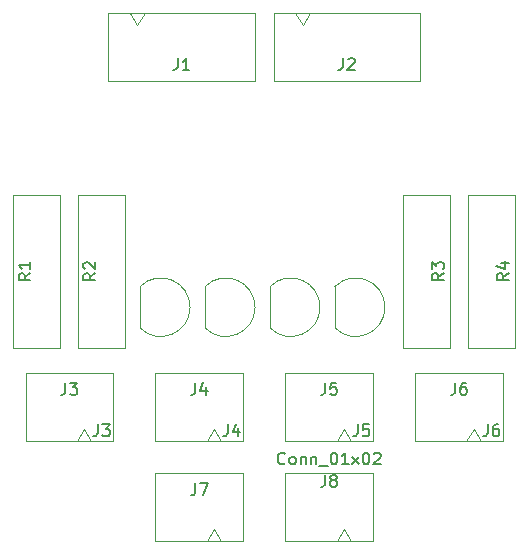
<source format=gbr>
G04 #@! TF.GenerationSoftware,KiCad,Pcbnew,(5.1.7)-1*
G04 #@! TF.CreationDate,2020-12-19T16:20:36+02:00*
G04 #@! TF.ProjectId,4_switch_array,345f7377-6974-4636-985f-61727261792e,rev?*
G04 #@! TF.SameCoordinates,Original*
G04 #@! TF.FileFunction,Other,Fab,Top*
%FSLAX46Y46*%
G04 Gerber Fmt 4.6, Leading zero omitted, Abs format (unit mm)*
G04 Created by KiCad (PCBNEW (5.1.7)-1) date 2020-12-19 16:20:36*
%MOMM*%
%LPD*%
G01*
G04 APERTURE LIST*
%ADD10C,0.100000*%
%ADD11C,0.150000*%
G04 APERTURE END LIST*
D10*
X153500000Y-79350000D02*
X152875000Y-80350000D01*
X154125000Y-80350000D02*
X153500000Y-79350000D01*
X148550000Y-80350000D02*
X155950000Y-80350000D01*
X148550000Y-74600000D02*
X148550000Y-80350000D01*
X155950000Y-74600000D02*
X148550000Y-74600000D01*
X155950000Y-80350000D02*
X155950000Y-74600000D01*
X164500000Y-70850000D02*
X163875000Y-71850000D01*
X165125000Y-71850000D02*
X164500000Y-70850000D01*
X159550000Y-71850000D02*
X166950000Y-71850000D01*
X159550000Y-66100000D02*
X159550000Y-71850000D01*
X166950000Y-66100000D02*
X159550000Y-66100000D01*
X166950000Y-71850000D02*
X166950000Y-66100000D01*
X129500000Y-64000000D02*
X129500000Y-51000000D01*
X125500000Y-64000000D02*
X129500000Y-64000000D01*
X125500000Y-51000000D02*
X125500000Y-64000000D01*
X129500000Y-51000000D02*
X125500000Y-51000000D01*
X162500000Y-64000000D02*
X162500000Y-51000000D01*
X158500000Y-64000000D02*
X162500000Y-64000000D01*
X158500000Y-51000000D02*
X158500000Y-64000000D01*
X162500000Y-51000000D02*
X158500000Y-51000000D01*
X135000000Y-64000000D02*
X135000000Y-51000000D01*
X131000000Y-64000000D02*
X135000000Y-64000000D01*
X131000000Y-51000000D02*
X131000000Y-64000000D01*
X135000000Y-51000000D02*
X131000000Y-51000000D01*
X168000000Y-64000000D02*
X168000000Y-51000000D01*
X164000000Y-64000000D02*
X168000000Y-64000000D01*
X164000000Y-51000000D02*
X164000000Y-64000000D01*
X168000000Y-51000000D02*
X164000000Y-51000000D01*
X141750000Y-58800000D02*
X141750000Y-62300000D01*
X141746375Y-62293625D02*
G75*
G03*
X145980000Y-60540000I1753625J1753625D01*
G01*
X141746375Y-58786375D02*
G75*
G02*
X145980000Y-60540000I1753625J-1753625D01*
G01*
X152750000Y-58800000D02*
X152750000Y-62300000D01*
X152746375Y-62293625D02*
G75*
G03*
X156980000Y-60540000I1753625J1753625D01*
G01*
X152746375Y-58786375D02*
G75*
G02*
X156980000Y-60540000I1753625J-1753625D01*
G01*
X136250000Y-58800000D02*
X136250000Y-62300000D01*
X136246375Y-62293625D02*
G75*
G03*
X140480000Y-60540000I1753625J1753625D01*
G01*
X136246375Y-58786375D02*
G75*
G02*
X140480000Y-60540000I1753625J-1753625D01*
G01*
X147250000Y-58800000D02*
X147250000Y-62300000D01*
X147246375Y-62293625D02*
G75*
G03*
X151480000Y-60540000I1753625J1753625D01*
G01*
X147246375Y-58786375D02*
G75*
G02*
X151480000Y-60540000I1753625J-1753625D01*
G01*
X144950000Y-80350000D02*
X144950000Y-74600000D01*
X144950000Y-74600000D02*
X137550000Y-74600000D01*
X137550000Y-74600000D02*
X137550000Y-80350000D01*
X137550000Y-80350000D02*
X144950000Y-80350000D01*
X143125000Y-80350000D02*
X142500000Y-79350000D01*
X142500000Y-79350000D02*
X141875000Y-80350000D01*
X142500000Y-70850000D02*
X141875000Y-71850000D01*
X143125000Y-71850000D02*
X142500000Y-70850000D01*
X137550000Y-71850000D02*
X144950000Y-71850000D01*
X137550000Y-66100000D02*
X137550000Y-71850000D01*
X144950000Y-66100000D02*
X137550000Y-66100000D01*
X144950000Y-71850000D02*
X144950000Y-66100000D01*
X153500000Y-70850000D02*
X152875000Y-71850000D01*
X154125000Y-71850000D02*
X153500000Y-70850000D01*
X148550000Y-71850000D02*
X155950000Y-71850000D01*
X148550000Y-66100000D02*
X148550000Y-71850000D01*
X155950000Y-66100000D02*
X148550000Y-66100000D01*
X155950000Y-71850000D02*
X155950000Y-66100000D01*
X131500000Y-70850000D02*
X130875000Y-71850000D01*
X132125000Y-71850000D02*
X131500000Y-70850000D01*
X126550000Y-71850000D02*
X133950000Y-71850000D01*
X126550000Y-66100000D02*
X126550000Y-71850000D01*
X133950000Y-66100000D02*
X126550000Y-66100000D01*
X133950000Y-71850000D02*
X133950000Y-66100000D01*
X147550000Y-35650000D02*
X147550000Y-41400000D01*
X147550000Y-41400000D02*
X159950000Y-41400000D01*
X159950000Y-41400000D02*
X159950000Y-35650000D01*
X159950000Y-35650000D02*
X147550000Y-35650000D01*
X149375000Y-35650000D02*
X150000000Y-36650000D01*
X150000000Y-36650000D02*
X150625000Y-35650000D01*
X133550000Y-35650000D02*
X133550000Y-41400000D01*
X133550000Y-41400000D02*
X145950000Y-41400000D01*
X145950000Y-41400000D02*
X145950000Y-35650000D01*
X145950000Y-35650000D02*
X133550000Y-35650000D01*
X135375000Y-35650000D02*
X136000000Y-36650000D01*
X136000000Y-36650000D02*
X136625000Y-35650000D01*
D11*
X148511904Y-73757142D02*
X148464285Y-73804761D01*
X148321428Y-73852380D01*
X148226190Y-73852380D01*
X148083333Y-73804761D01*
X147988095Y-73709523D01*
X147940476Y-73614285D01*
X147892857Y-73423809D01*
X147892857Y-73280952D01*
X147940476Y-73090476D01*
X147988095Y-72995238D01*
X148083333Y-72900000D01*
X148226190Y-72852380D01*
X148321428Y-72852380D01*
X148464285Y-72900000D01*
X148511904Y-72947619D01*
X149083333Y-73852380D02*
X148988095Y-73804761D01*
X148940476Y-73757142D01*
X148892857Y-73661904D01*
X148892857Y-73376190D01*
X148940476Y-73280952D01*
X148988095Y-73233333D01*
X149083333Y-73185714D01*
X149226190Y-73185714D01*
X149321428Y-73233333D01*
X149369047Y-73280952D01*
X149416666Y-73376190D01*
X149416666Y-73661904D01*
X149369047Y-73757142D01*
X149321428Y-73804761D01*
X149226190Y-73852380D01*
X149083333Y-73852380D01*
X149845238Y-73185714D02*
X149845238Y-73852380D01*
X149845238Y-73280952D02*
X149892857Y-73233333D01*
X149988095Y-73185714D01*
X150130952Y-73185714D01*
X150226190Y-73233333D01*
X150273809Y-73328571D01*
X150273809Y-73852380D01*
X150750000Y-73185714D02*
X150750000Y-73852380D01*
X150750000Y-73280952D02*
X150797619Y-73233333D01*
X150892857Y-73185714D01*
X151035714Y-73185714D01*
X151130952Y-73233333D01*
X151178571Y-73328571D01*
X151178571Y-73852380D01*
X151416666Y-73947619D02*
X152178571Y-73947619D01*
X152607142Y-72852380D02*
X152702380Y-72852380D01*
X152797619Y-72900000D01*
X152845238Y-72947619D01*
X152892857Y-73042857D01*
X152940476Y-73233333D01*
X152940476Y-73471428D01*
X152892857Y-73661904D01*
X152845238Y-73757142D01*
X152797619Y-73804761D01*
X152702380Y-73852380D01*
X152607142Y-73852380D01*
X152511904Y-73804761D01*
X152464285Y-73757142D01*
X152416666Y-73661904D01*
X152369047Y-73471428D01*
X152369047Y-73233333D01*
X152416666Y-73042857D01*
X152464285Y-72947619D01*
X152511904Y-72900000D01*
X152607142Y-72852380D01*
X153892857Y-73852380D02*
X153321428Y-73852380D01*
X153607142Y-73852380D02*
X153607142Y-72852380D01*
X153511904Y-72995238D01*
X153416666Y-73090476D01*
X153321428Y-73138095D01*
X154226190Y-73852380D02*
X154750000Y-73185714D01*
X154226190Y-73185714D02*
X154750000Y-73852380D01*
X155321428Y-72852380D02*
X155416666Y-72852380D01*
X155511904Y-72900000D01*
X155559523Y-72947619D01*
X155607142Y-73042857D01*
X155654761Y-73233333D01*
X155654761Y-73471428D01*
X155607142Y-73661904D01*
X155559523Y-73757142D01*
X155511904Y-73804761D01*
X155416666Y-73852380D01*
X155321428Y-73852380D01*
X155226190Y-73804761D01*
X155178571Y-73757142D01*
X155130952Y-73661904D01*
X155083333Y-73471428D01*
X155083333Y-73233333D01*
X155130952Y-73042857D01*
X155178571Y-72947619D01*
X155226190Y-72900000D01*
X155321428Y-72852380D01*
X156035714Y-72947619D02*
X156083333Y-72900000D01*
X156178571Y-72852380D01*
X156416666Y-72852380D01*
X156511904Y-72900000D01*
X156559523Y-72947619D01*
X156607142Y-73042857D01*
X156607142Y-73138095D01*
X156559523Y-73280952D01*
X155988095Y-73852380D01*
X156607142Y-73852380D01*
X151916666Y-74752380D02*
X151916666Y-75466666D01*
X151869047Y-75609523D01*
X151773809Y-75704761D01*
X151630952Y-75752380D01*
X151535714Y-75752380D01*
X152535714Y-75180952D02*
X152440476Y-75133333D01*
X152392857Y-75085714D01*
X152345238Y-74990476D01*
X152345238Y-74942857D01*
X152392857Y-74847619D01*
X152440476Y-74800000D01*
X152535714Y-74752380D01*
X152726190Y-74752380D01*
X152821428Y-74800000D01*
X152869047Y-74847619D01*
X152916666Y-74942857D01*
X152916666Y-74990476D01*
X152869047Y-75085714D01*
X152821428Y-75133333D01*
X152726190Y-75180952D01*
X152535714Y-75180952D01*
X152440476Y-75228571D01*
X152392857Y-75276190D01*
X152345238Y-75371428D01*
X152345238Y-75561904D01*
X152392857Y-75657142D01*
X152440476Y-75704761D01*
X152535714Y-75752380D01*
X152726190Y-75752380D01*
X152821428Y-75704761D01*
X152869047Y-75657142D01*
X152916666Y-75561904D01*
X152916666Y-75371428D01*
X152869047Y-75276190D01*
X152821428Y-75228571D01*
X152726190Y-75180952D01*
X165666666Y-70452380D02*
X165666666Y-71166666D01*
X165619047Y-71309523D01*
X165523809Y-71404761D01*
X165380952Y-71452380D01*
X165285714Y-71452380D01*
X166571428Y-70452380D02*
X166380952Y-70452380D01*
X166285714Y-70500000D01*
X166238095Y-70547619D01*
X166142857Y-70690476D01*
X166095238Y-70880952D01*
X166095238Y-71261904D01*
X166142857Y-71357142D01*
X166190476Y-71404761D01*
X166285714Y-71452380D01*
X166476190Y-71452380D01*
X166571428Y-71404761D01*
X166619047Y-71357142D01*
X166666666Y-71261904D01*
X166666666Y-71023809D01*
X166619047Y-70928571D01*
X166571428Y-70880952D01*
X166476190Y-70833333D01*
X166285714Y-70833333D01*
X166190476Y-70880952D01*
X166142857Y-70928571D01*
X166095238Y-71023809D01*
X162916666Y-66952380D02*
X162916666Y-67666666D01*
X162869047Y-67809523D01*
X162773809Y-67904761D01*
X162630952Y-67952380D01*
X162535714Y-67952380D01*
X163821428Y-66952380D02*
X163630952Y-66952380D01*
X163535714Y-67000000D01*
X163488095Y-67047619D01*
X163392857Y-67190476D01*
X163345238Y-67380952D01*
X163345238Y-67761904D01*
X163392857Y-67857142D01*
X163440476Y-67904761D01*
X163535714Y-67952380D01*
X163726190Y-67952380D01*
X163821428Y-67904761D01*
X163869047Y-67857142D01*
X163916666Y-67761904D01*
X163916666Y-67523809D01*
X163869047Y-67428571D01*
X163821428Y-67380952D01*
X163726190Y-67333333D01*
X163535714Y-67333333D01*
X163440476Y-67380952D01*
X163392857Y-67428571D01*
X163345238Y-67523809D01*
X126952380Y-57666666D02*
X126476190Y-58000000D01*
X126952380Y-58238095D02*
X125952380Y-58238095D01*
X125952380Y-57857142D01*
X126000000Y-57761904D01*
X126047619Y-57714285D01*
X126142857Y-57666666D01*
X126285714Y-57666666D01*
X126380952Y-57714285D01*
X126428571Y-57761904D01*
X126476190Y-57857142D01*
X126476190Y-58238095D01*
X126952380Y-56714285D02*
X126952380Y-57285714D01*
X126952380Y-57000000D02*
X125952380Y-57000000D01*
X126095238Y-57095238D01*
X126190476Y-57190476D01*
X126238095Y-57285714D01*
X161952380Y-57666666D02*
X161476190Y-58000000D01*
X161952380Y-58238095D02*
X160952380Y-58238095D01*
X160952380Y-57857142D01*
X161000000Y-57761904D01*
X161047619Y-57714285D01*
X161142857Y-57666666D01*
X161285714Y-57666666D01*
X161380952Y-57714285D01*
X161428571Y-57761904D01*
X161476190Y-57857142D01*
X161476190Y-58238095D01*
X160952380Y-57333333D02*
X160952380Y-56714285D01*
X161333333Y-57047619D01*
X161333333Y-56904761D01*
X161380952Y-56809523D01*
X161428571Y-56761904D01*
X161523809Y-56714285D01*
X161761904Y-56714285D01*
X161857142Y-56761904D01*
X161904761Y-56809523D01*
X161952380Y-56904761D01*
X161952380Y-57190476D01*
X161904761Y-57285714D01*
X161857142Y-57333333D01*
X132452380Y-57666666D02*
X131976190Y-58000000D01*
X132452380Y-58238095D02*
X131452380Y-58238095D01*
X131452380Y-57857142D01*
X131500000Y-57761904D01*
X131547619Y-57714285D01*
X131642857Y-57666666D01*
X131785714Y-57666666D01*
X131880952Y-57714285D01*
X131928571Y-57761904D01*
X131976190Y-57857142D01*
X131976190Y-58238095D01*
X131547619Y-57285714D02*
X131500000Y-57238095D01*
X131452380Y-57142857D01*
X131452380Y-56904761D01*
X131500000Y-56809523D01*
X131547619Y-56761904D01*
X131642857Y-56714285D01*
X131738095Y-56714285D01*
X131880952Y-56761904D01*
X132452380Y-57333333D01*
X132452380Y-56714285D01*
X167452380Y-57666666D02*
X166976190Y-58000000D01*
X167452380Y-58238095D02*
X166452380Y-58238095D01*
X166452380Y-57857142D01*
X166500000Y-57761904D01*
X166547619Y-57714285D01*
X166642857Y-57666666D01*
X166785714Y-57666666D01*
X166880952Y-57714285D01*
X166928571Y-57761904D01*
X166976190Y-57857142D01*
X166976190Y-58238095D01*
X166785714Y-56809523D02*
X167452380Y-56809523D01*
X166404761Y-57047619D02*
X167119047Y-57285714D01*
X167119047Y-56666666D01*
X140916666Y-75452380D02*
X140916666Y-76166666D01*
X140869047Y-76309523D01*
X140773809Y-76404761D01*
X140630952Y-76452380D01*
X140535714Y-76452380D01*
X141297619Y-75452380D02*
X141964285Y-75452380D01*
X141535714Y-76452380D01*
X143666666Y-70452380D02*
X143666666Y-71166666D01*
X143619047Y-71309523D01*
X143523809Y-71404761D01*
X143380952Y-71452380D01*
X143285714Y-71452380D01*
X144571428Y-70785714D02*
X144571428Y-71452380D01*
X144333333Y-70404761D02*
X144095238Y-71119047D01*
X144714285Y-71119047D01*
X140916666Y-66952380D02*
X140916666Y-67666666D01*
X140869047Y-67809523D01*
X140773809Y-67904761D01*
X140630952Y-67952380D01*
X140535714Y-67952380D01*
X141821428Y-67285714D02*
X141821428Y-67952380D01*
X141583333Y-66904761D02*
X141345238Y-67619047D01*
X141964285Y-67619047D01*
X154666666Y-70452380D02*
X154666666Y-71166666D01*
X154619047Y-71309523D01*
X154523809Y-71404761D01*
X154380952Y-71452380D01*
X154285714Y-71452380D01*
X155619047Y-70452380D02*
X155142857Y-70452380D01*
X155095238Y-70928571D01*
X155142857Y-70880952D01*
X155238095Y-70833333D01*
X155476190Y-70833333D01*
X155571428Y-70880952D01*
X155619047Y-70928571D01*
X155666666Y-71023809D01*
X155666666Y-71261904D01*
X155619047Y-71357142D01*
X155571428Y-71404761D01*
X155476190Y-71452380D01*
X155238095Y-71452380D01*
X155142857Y-71404761D01*
X155095238Y-71357142D01*
X151916666Y-66952380D02*
X151916666Y-67666666D01*
X151869047Y-67809523D01*
X151773809Y-67904761D01*
X151630952Y-67952380D01*
X151535714Y-67952380D01*
X152869047Y-66952380D02*
X152392857Y-66952380D01*
X152345238Y-67428571D01*
X152392857Y-67380952D01*
X152488095Y-67333333D01*
X152726190Y-67333333D01*
X152821428Y-67380952D01*
X152869047Y-67428571D01*
X152916666Y-67523809D01*
X152916666Y-67761904D01*
X152869047Y-67857142D01*
X152821428Y-67904761D01*
X152726190Y-67952380D01*
X152488095Y-67952380D01*
X152392857Y-67904761D01*
X152345238Y-67857142D01*
X132666666Y-70452380D02*
X132666666Y-71166666D01*
X132619047Y-71309523D01*
X132523809Y-71404761D01*
X132380952Y-71452380D01*
X132285714Y-71452380D01*
X133047619Y-70452380D02*
X133666666Y-70452380D01*
X133333333Y-70833333D01*
X133476190Y-70833333D01*
X133571428Y-70880952D01*
X133619047Y-70928571D01*
X133666666Y-71023809D01*
X133666666Y-71261904D01*
X133619047Y-71357142D01*
X133571428Y-71404761D01*
X133476190Y-71452380D01*
X133190476Y-71452380D01*
X133095238Y-71404761D01*
X133047619Y-71357142D01*
X129916666Y-66952380D02*
X129916666Y-67666666D01*
X129869047Y-67809523D01*
X129773809Y-67904761D01*
X129630952Y-67952380D01*
X129535714Y-67952380D01*
X130297619Y-66952380D02*
X130916666Y-66952380D01*
X130583333Y-67333333D01*
X130726190Y-67333333D01*
X130821428Y-67380952D01*
X130869047Y-67428571D01*
X130916666Y-67523809D01*
X130916666Y-67761904D01*
X130869047Y-67857142D01*
X130821428Y-67904761D01*
X130726190Y-67952380D01*
X130440476Y-67952380D01*
X130345238Y-67904761D01*
X130297619Y-67857142D01*
X153416666Y-39452380D02*
X153416666Y-40166666D01*
X153369047Y-40309523D01*
X153273809Y-40404761D01*
X153130952Y-40452380D01*
X153035714Y-40452380D01*
X153845238Y-39547619D02*
X153892857Y-39500000D01*
X153988095Y-39452380D01*
X154226190Y-39452380D01*
X154321428Y-39500000D01*
X154369047Y-39547619D01*
X154416666Y-39642857D01*
X154416666Y-39738095D01*
X154369047Y-39880952D01*
X153797619Y-40452380D01*
X154416666Y-40452380D01*
X139416666Y-39452380D02*
X139416666Y-40166666D01*
X139369047Y-40309523D01*
X139273809Y-40404761D01*
X139130952Y-40452380D01*
X139035714Y-40452380D01*
X140416666Y-40452380D02*
X139845238Y-40452380D01*
X140130952Y-40452380D02*
X140130952Y-39452380D01*
X140035714Y-39595238D01*
X139940476Y-39690476D01*
X139845238Y-39738095D01*
M02*

</source>
